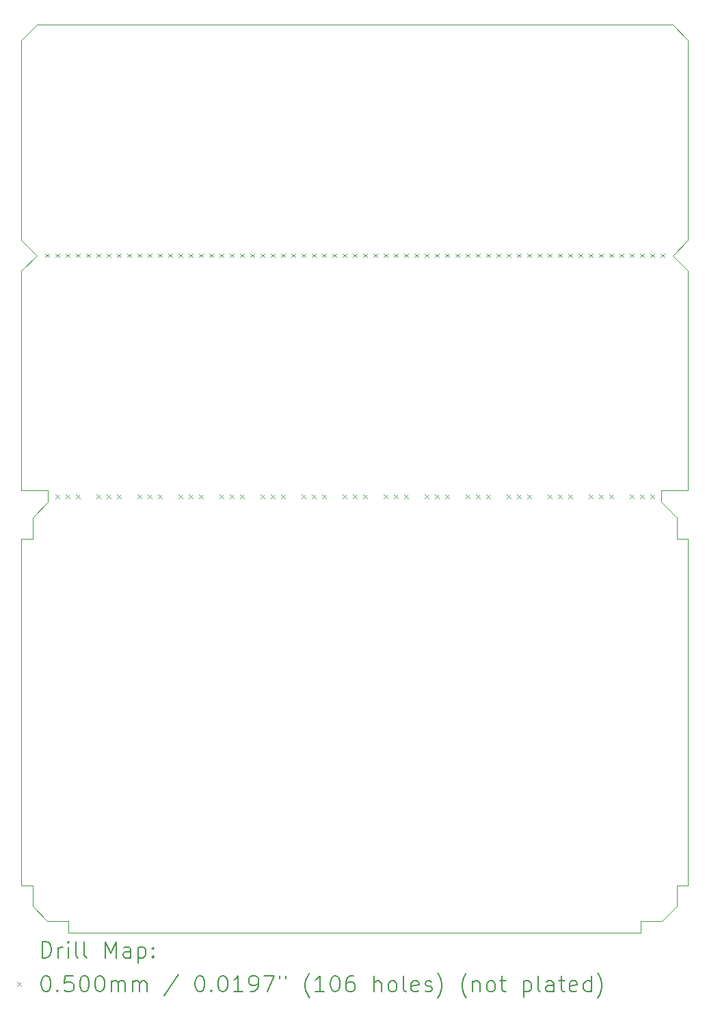
<source format=gbr>
%TF.GenerationSoftware,KiCad,Pcbnew,7.0.7*%
%TF.CreationDate,2023-10-12T12:02:56-07:00*%
%TF.ProjectId,JumperLUX,4a756d70-6572-44c5-9558-2e6b69636164,rev?*%
%TF.SameCoordinates,Original*%
%TF.FileFunction,Drillmap*%
%TF.FilePolarity,Positive*%
%FSLAX45Y45*%
G04 Gerber Fmt 4.5, Leading zero omitted, Abs format (unit mm)*
G04 Created by KiCad (PCBNEW 7.0.7) date 2023-10-12 12:02:56*
%MOMM*%
%LPD*%
G01*
G04 APERTURE LIST*
%ADD10C,0.050000*%
%ADD11C,0.200000*%
G04 APERTURE END LIST*
D10*
X6223000Y-7683500D02*
X6223000Y-10160000D01*
X6362700Y-18148300D02*
X6362700Y-18409920D01*
X6413500Y-10350500D02*
X6223000Y-10541000D01*
X6223000Y-13258800D02*
X6553200Y-13258800D01*
X6807200Y-18592800D02*
X6807200Y-18732500D01*
X6223000Y-13855700D02*
X6223000Y-18148300D01*
X14287500Y-10350500D02*
X14478000Y-10160000D01*
X6223000Y-10541000D02*
X6223000Y-13256260D01*
X6362700Y-18409920D02*
X6545580Y-18592800D01*
X6807200Y-18732500D02*
X13893800Y-18732500D01*
X14478000Y-13258800D02*
X14478000Y-10541000D01*
X14478000Y-10541000D02*
X14287500Y-10350500D01*
X6362700Y-13855700D02*
X6223000Y-13855700D01*
X14478000Y-13855700D02*
X14338300Y-13855700D01*
X14478000Y-7683500D02*
X14287500Y-7493000D01*
X6223000Y-18148300D02*
X6362700Y-18148300D01*
X14478000Y-18148300D02*
X14478000Y-13855700D01*
X14152880Y-18592800D02*
X14338300Y-18407380D01*
X6413500Y-7493000D02*
X6223000Y-7683500D01*
X14338300Y-18148300D02*
X14478000Y-18148300D01*
X14338300Y-18407380D02*
X14338300Y-18148300D01*
X13893800Y-18592800D02*
X14152880Y-18592800D01*
X14338300Y-13855700D02*
X14338300Y-13596620D01*
X13893800Y-18732500D02*
X13893800Y-18592800D01*
X14147800Y-13258800D02*
X14478000Y-13258800D01*
X14287500Y-7493000D02*
X6413500Y-7493000D01*
X6553200Y-13403580D02*
X6362700Y-13594080D01*
X6362700Y-13853160D02*
X6362700Y-13855700D01*
X6545580Y-18592800D02*
X6807200Y-18592800D01*
X14478000Y-10160000D02*
X14478000Y-7683500D01*
X6223000Y-10160000D02*
X6413500Y-10350500D01*
X14338300Y-13596620D02*
X14147800Y-13406120D01*
X6362700Y-13594080D02*
X6362700Y-13853160D01*
X6223000Y-13256260D02*
X6223000Y-13258800D01*
X14147800Y-13406120D02*
X14147800Y-13258800D01*
X6553200Y-13258800D02*
X6553200Y-13403580D01*
D11*
D10*
X6515500Y-10325500D02*
X6565500Y-10375500D01*
X6565500Y-10325500D02*
X6515500Y-10375500D01*
X6642500Y-10325500D02*
X6692500Y-10375500D01*
X6692500Y-10325500D02*
X6642500Y-10375500D01*
X6642500Y-13310000D02*
X6692500Y-13360000D01*
X6692500Y-13310000D02*
X6642500Y-13360000D01*
X6769500Y-10325500D02*
X6819500Y-10375500D01*
X6819500Y-10325500D02*
X6769500Y-10375500D01*
X6769500Y-13310000D02*
X6819500Y-13360000D01*
X6819500Y-13310000D02*
X6769500Y-13360000D01*
X6896500Y-10325500D02*
X6946500Y-10375500D01*
X6946500Y-10325500D02*
X6896500Y-10375500D01*
X6896500Y-13310000D02*
X6946500Y-13360000D01*
X6946500Y-13310000D02*
X6896500Y-13360000D01*
X7023500Y-10325500D02*
X7073500Y-10375500D01*
X7073500Y-10325500D02*
X7023500Y-10375500D01*
X7150500Y-10325500D02*
X7200500Y-10375500D01*
X7200500Y-10325500D02*
X7150500Y-10375500D01*
X7150500Y-13310000D02*
X7200500Y-13360000D01*
X7200500Y-13310000D02*
X7150500Y-13360000D01*
X7277500Y-10325500D02*
X7327500Y-10375500D01*
X7327500Y-10325500D02*
X7277500Y-10375500D01*
X7277500Y-13310000D02*
X7327500Y-13360000D01*
X7327500Y-13310000D02*
X7277500Y-13360000D01*
X7404500Y-10325500D02*
X7454500Y-10375500D01*
X7454500Y-10325500D02*
X7404500Y-10375500D01*
X7404500Y-13310000D02*
X7454500Y-13360000D01*
X7454500Y-13310000D02*
X7404500Y-13360000D01*
X7531500Y-10325500D02*
X7581500Y-10375500D01*
X7581500Y-10325500D02*
X7531500Y-10375500D01*
X7658500Y-10325500D02*
X7708500Y-10375500D01*
X7708500Y-10325500D02*
X7658500Y-10375500D01*
X7658500Y-13310000D02*
X7708500Y-13360000D01*
X7708500Y-13310000D02*
X7658500Y-13360000D01*
X7785500Y-10325500D02*
X7835500Y-10375500D01*
X7835500Y-10325500D02*
X7785500Y-10375500D01*
X7785500Y-13310000D02*
X7835500Y-13360000D01*
X7835500Y-13310000D02*
X7785500Y-13360000D01*
X7912500Y-10325500D02*
X7962500Y-10375500D01*
X7962500Y-10325500D02*
X7912500Y-10375500D01*
X7912500Y-13310000D02*
X7962500Y-13360000D01*
X7962500Y-13310000D02*
X7912500Y-13360000D01*
X8039500Y-10325500D02*
X8089500Y-10375500D01*
X8089500Y-10325500D02*
X8039500Y-10375500D01*
X8166500Y-10325500D02*
X8216500Y-10375500D01*
X8216500Y-10325500D02*
X8166500Y-10375500D01*
X8166500Y-13310000D02*
X8216500Y-13360000D01*
X8216500Y-13310000D02*
X8166500Y-13360000D01*
X8293500Y-10325500D02*
X8343500Y-10375500D01*
X8343500Y-10325500D02*
X8293500Y-10375500D01*
X8293500Y-13310000D02*
X8343500Y-13360000D01*
X8343500Y-13310000D02*
X8293500Y-13360000D01*
X8420500Y-10325500D02*
X8470500Y-10375500D01*
X8470500Y-10325500D02*
X8420500Y-10375500D01*
X8420500Y-13310000D02*
X8470500Y-13360000D01*
X8470500Y-13310000D02*
X8420500Y-13360000D01*
X8547500Y-10325500D02*
X8597500Y-10375500D01*
X8597500Y-10325500D02*
X8547500Y-10375500D01*
X8674500Y-10325500D02*
X8724500Y-10375500D01*
X8724500Y-10325500D02*
X8674500Y-10375500D01*
X8674500Y-13310000D02*
X8724500Y-13360000D01*
X8724500Y-13310000D02*
X8674500Y-13360000D01*
X8801500Y-10325500D02*
X8851500Y-10375500D01*
X8851500Y-10325500D02*
X8801500Y-10375500D01*
X8801500Y-13310000D02*
X8851500Y-13360000D01*
X8851500Y-13310000D02*
X8801500Y-13360000D01*
X8928500Y-10325500D02*
X8978500Y-10375500D01*
X8978500Y-10325500D02*
X8928500Y-10375500D01*
X8928500Y-13310000D02*
X8978500Y-13360000D01*
X8978500Y-13310000D02*
X8928500Y-13360000D01*
X9055500Y-10325500D02*
X9105500Y-10375500D01*
X9105500Y-10325500D02*
X9055500Y-10375500D01*
X9182500Y-10325500D02*
X9232500Y-10375500D01*
X9232500Y-10325500D02*
X9182500Y-10375500D01*
X9182500Y-13310000D02*
X9232500Y-13360000D01*
X9232500Y-13310000D02*
X9182500Y-13360000D01*
X9309500Y-10325500D02*
X9359500Y-10375500D01*
X9359500Y-10325500D02*
X9309500Y-10375500D01*
X9309500Y-13310000D02*
X9359500Y-13360000D01*
X9359500Y-13310000D02*
X9309500Y-13360000D01*
X9436500Y-10325500D02*
X9486500Y-10375500D01*
X9486500Y-10325500D02*
X9436500Y-10375500D01*
X9436500Y-13310000D02*
X9486500Y-13360000D01*
X9486500Y-13310000D02*
X9436500Y-13360000D01*
X9563500Y-10325500D02*
X9613500Y-10375500D01*
X9613500Y-10325500D02*
X9563500Y-10375500D01*
X9690500Y-10325500D02*
X9740500Y-10375500D01*
X9740500Y-10325500D02*
X9690500Y-10375500D01*
X9690500Y-13310000D02*
X9740500Y-13360000D01*
X9740500Y-13310000D02*
X9690500Y-13360000D01*
X9817500Y-10325500D02*
X9867500Y-10375500D01*
X9867500Y-10325500D02*
X9817500Y-10375500D01*
X9817500Y-13310000D02*
X9867500Y-13360000D01*
X9867500Y-13310000D02*
X9817500Y-13360000D01*
X9944500Y-10325500D02*
X9994500Y-10375500D01*
X9994500Y-10325500D02*
X9944500Y-10375500D01*
X9944500Y-13310000D02*
X9994500Y-13360000D01*
X9994500Y-13310000D02*
X9944500Y-13360000D01*
X10071500Y-10325500D02*
X10121500Y-10375500D01*
X10121500Y-10325500D02*
X10071500Y-10375500D01*
X10198500Y-10325500D02*
X10248500Y-10375500D01*
X10248500Y-10325500D02*
X10198500Y-10375500D01*
X10198500Y-13310000D02*
X10248500Y-13360000D01*
X10248500Y-13310000D02*
X10198500Y-13360000D01*
X10325500Y-10325500D02*
X10375500Y-10375500D01*
X10375500Y-10325500D02*
X10325500Y-10375500D01*
X10325500Y-13310000D02*
X10375500Y-13360000D01*
X10375500Y-13310000D02*
X10325500Y-13360000D01*
X10452500Y-10325500D02*
X10502500Y-10375500D01*
X10502500Y-10325500D02*
X10452500Y-10375500D01*
X10452500Y-13310000D02*
X10502500Y-13360000D01*
X10502500Y-13310000D02*
X10452500Y-13360000D01*
X10579500Y-10325500D02*
X10629500Y-10375500D01*
X10629500Y-10325500D02*
X10579500Y-10375500D01*
X10706500Y-10325500D02*
X10756500Y-10375500D01*
X10756500Y-10325500D02*
X10706500Y-10375500D01*
X10706500Y-13310000D02*
X10756500Y-13360000D01*
X10756500Y-13310000D02*
X10706500Y-13360000D01*
X10833500Y-10325500D02*
X10883500Y-10375500D01*
X10883500Y-10325500D02*
X10833500Y-10375500D01*
X10833500Y-13310000D02*
X10883500Y-13360000D01*
X10883500Y-13310000D02*
X10833500Y-13360000D01*
X10960500Y-10325500D02*
X11010500Y-10375500D01*
X11010500Y-10325500D02*
X10960500Y-10375500D01*
X10960500Y-13310000D02*
X11010500Y-13360000D01*
X11010500Y-13310000D02*
X10960500Y-13360000D01*
X11087500Y-10325500D02*
X11137500Y-10375500D01*
X11137500Y-10325500D02*
X11087500Y-10375500D01*
X11214500Y-10325500D02*
X11264500Y-10375500D01*
X11264500Y-10325500D02*
X11214500Y-10375500D01*
X11214500Y-13310000D02*
X11264500Y-13360000D01*
X11264500Y-13310000D02*
X11214500Y-13360000D01*
X11341500Y-10325500D02*
X11391500Y-10375500D01*
X11391500Y-10325500D02*
X11341500Y-10375500D01*
X11341500Y-13310000D02*
X11391500Y-13360000D01*
X11391500Y-13310000D02*
X11341500Y-13360000D01*
X11468500Y-10325500D02*
X11518500Y-10375500D01*
X11518500Y-10325500D02*
X11468500Y-10375500D01*
X11468500Y-13310000D02*
X11518500Y-13360000D01*
X11518500Y-13310000D02*
X11468500Y-13360000D01*
X11595500Y-10325500D02*
X11645500Y-10375500D01*
X11645500Y-10325500D02*
X11595500Y-10375500D01*
X11722500Y-10325500D02*
X11772500Y-10375500D01*
X11772500Y-10325500D02*
X11722500Y-10375500D01*
X11722500Y-13310000D02*
X11772500Y-13360000D01*
X11772500Y-13310000D02*
X11722500Y-13360000D01*
X11849500Y-10325500D02*
X11899500Y-10375500D01*
X11899500Y-10325500D02*
X11849500Y-10375500D01*
X11849500Y-13310000D02*
X11899500Y-13360000D01*
X11899500Y-13310000D02*
X11849500Y-13360000D01*
X11976500Y-10325500D02*
X12026500Y-10375500D01*
X12026500Y-10325500D02*
X11976500Y-10375500D01*
X11976500Y-13310000D02*
X12026500Y-13360000D01*
X12026500Y-13310000D02*
X11976500Y-13360000D01*
X12103500Y-10325500D02*
X12153500Y-10375500D01*
X12153500Y-10325500D02*
X12103500Y-10375500D01*
X12230500Y-10325500D02*
X12280500Y-10375500D01*
X12280500Y-10325500D02*
X12230500Y-10375500D01*
X12230500Y-13310000D02*
X12280500Y-13360000D01*
X12280500Y-13310000D02*
X12230500Y-13360000D01*
X12357500Y-10325500D02*
X12407500Y-10375500D01*
X12407500Y-10325500D02*
X12357500Y-10375500D01*
X12357500Y-13310000D02*
X12407500Y-13360000D01*
X12407500Y-13310000D02*
X12357500Y-13360000D01*
X12484500Y-10325500D02*
X12534500Y-10375500D01*
X12534500Y-10325500D02*
X12484500Y-10375500D01*
X12484500Y-13310000D02*
X12534500Y-13360000D01*
X12534500Y-13310000D02*
X12484500Y-13360000D01*
X12611500Y-10325500D02*
X12661500Y-10375500D01*
X12661500Y-10325500D02*
X12611500Y-10375500D01*
X12738500Y-10325500D02*
X12788500Y-10375500D01*
X12788500Y-10325500D02*
X12738500Y-10375500D01*
X12738500Y-13310000D02*
X12788500Y-13360000D01*
X12788500Y-13310000D02*
X12738500Y-13360000D01*
X12865500Y-10325500D02*
X12915500Y-10375500D01*
X12915500Y-10325500D02*
X12865500Y-10375500D01*
X12865500Y-13310000D02*
X12915500Y-13360000D01*
X12915500Y-13310000D02*
X12865500Y-13360000D01*
X12992500Y-10325500D02*
X13042500Y-10375500D01*
X13042500Y-10325500D02*
X12992500Y-10375500D01*
X12992500Y-13310000D02*
X13042500Y-13360000D01*
X13042500Y-13310000D02*
X12992500Y-13360000D01*
X13119500Y-10325500D02*
X13169500Y-10375500D01*
X13169500Y-10325500D02*
X13119500Y-10375500D01*
X13246500Y-10325500D02*
X13296500Y-10375500D01*
X13296500Y-10325500D02*
X13246500Y-10375500D01*
X13246500Y-13310000D02*
X13296500Y-13360000D01*
X13296500Y-13310000D02*
X13246500Y-13360000D01*
X13373500Y-10325500D02*
X13423500Y-10375500D01*
X13423500Y-10325500D02*
X13373500Y-10375500D01*
X13373500Y-13310000D02*
X13423500Y-13360000D01*
X13423500Y-13310000D02*
X13373500Y-13360000D01*
X13500500Y-10325500D02*
X13550500Y-10375500D01*
X13550500Y-10325500D02*
X13500500Y-10375500D01*
X13500500Y-13310000D02*
X13550500Y-13360000D01*
X13550500Y-13310000D02*
X13500500Y-13360000D01*
X13627500Y-10325500D02*
X13677500Y-10375500D01*
X13677500Y-10325500D02*
X13627500Y-10375500D01*
X13754500Y-10325500D02*
X13804500Y-10375500D01*
X13804500Y-10325500D02*
X13754500Y-10375500D01*
X13754500Y-13310000D02*
X13804500Y-13360000D01*
X13804500Y-13310000D02*
X13754500Y-13360000D01*
X13881500Y-10325500D02*
X13931500Y-10375500D01*
X13931500Y-10325500D02*
X13881500Y-10375500D01*
X13881500Y-13310000D02*
X13931500Y-13360000D01*
X13931500Y-13310000D02*
X13881500Y-13360000D01*
X14008500Y-10325500D02*
X14058500Y-10375500D01*
X14058500Y-10325500D02*
X14008500Y-10375500D01*
X14008500Y-13310000D02*
X14058500Y-13360000D01*
X14058500Y-13310000D02*
X14008500Y-13360000D01*
X14135500Y-10325500D02*
X14185500Y-10375500D01*
X14185500Y-10325500D02*
X14135500Y-10375500D01*
D11*
X6481277Y-19046484D02*
X6481277Y-18846484D01*
X6481277Y-18846484D02*
X6528896Y-18846484D01*
X6528896Y-18846484D02*
X6557467Y-18856008D01*
X6557467Y-18856008D02*
X6576515Y-18875055D01*
X6576515Y-18875055D02*
X6586039Y-18894103D01*
X6586039Y-18894103D02*
X6595562Y-18932198D01*
X6595562Y-18932198D02*
X6595562Y-18960770D01*
X6595562Y-18960770D02*
X6586039Y-18998865D01*
X6586039Y-18998865D02*
X6576515Y-19017912D01*
X6576515Y-19017912D02*
X6557467Y-19036960D01*
X6557467Y-19036960D02*
X6528896Y-19046484D01*
X6528896Y-19046484D02*
X6481277Y-19046484D01*
X6681277Y-19046484D02*
X6681277Y-18913150D01*
X6681277Y-18951246D02*
X6690801Y-18932198D01*
X6690801Y-18932198D02*
X6700324Y-18922674D01*
X6700324Y-18922674D02*
X6719372Y-18913150D01*
X6719372Y-18913150D02*
X6738420Y-18913150D01*
X6805086Y-19046484D02*
X6805086Y-18913150D01*
X6805086Y-18846484D02*
X6795562Y-18856008D01*
X6795562Y-18856008D02*
X6805086Y-18865531D01*
X6805086Y-18865531D02*
X6814610Y-18856008D01*
X6814610Y-18856008D02*
X6805086Y-18846484D01*
X6805086Y-18846484D02*
X6805086Y-18865531D01*
X6928896Y-19046484D02*
X6909848Y-19036960D01*
X6909848Y-19036960D02*
X6900324Y-19017912D01*
X6900324Y-19017912D02*
X6900324Y-18846484D01*
X7033658Y-19046484D02*
X7014610Y-19036960D01*
X7014610Y-19036960D02*
X7005086Y-19017912D01*
X7005086Y-19017912D02*
X7005086Y-18846484D01*
X7262229Y-19046484D02*
X7262229Y-18846484D01*
X7262229Y-18846484D02*
X7328896Y-18989341D01*
X7328896Y-18989341D02*
X7395562Y-18846484D01*
X7395562Y-18846484D02*
X7395562Y-19046484D01*
X7576515Y-19046484D02*
X7576515Y-18941722D01*
X7576515Y-18941722D02*
X7566991Y-18922674D01*
X7566991Y-18922674D02*
X7547943Y-18913150D01*
X7547943Y-18913150D02*
X7509848Y-18913150D01*
X7509848Y-18913150D02*
X7490801Y-18922674D01*
X7576515Y-19036960D02*
X7557467Y-19046484D01*
X7557467Y-19046484D02*
X7509848Y-19046484D01*
X7509848Y-19046484D02*
X7490801Y-19036960D01*
X7490801Y-19036960D02*
X7481277Y-19017912D01*
X7481277Y-19017912D02*
X7481277Y-18998865D01*
X7481277Y-18998865D02*
X7490801Y-18979817D01*
X7490801Y-18979817D02*
X7509848Y-18970293D01*
X7509848Y-18970293D02*
X7557467Y-18970293D01*
X7557467Y-18970293D02*
X7576515Y-18960770D01*
X7671753Y-18913150D02*
X7671753Y-19113150D01*
X7671753Y-18922674D02*
X7690801Y-18913150D01*
X7690801Y-18913150D02*
X7728896Y-18913150D01*
X7728896Y-18913150D02*
X7747943Y-18922674D01*
X7747943Y-18922674D02*
X7757467Y-18932198D01*
X7757467Y-18932198D02*
X7766991Y-18951246D01*
X7766991Y-18951246D02*
X7766991Y-19008389D01*
X7766991Y-19008389D02*
X7757467Y-19027436D01*
X7757467Y-19027436D02*
X7747943Y-19036960D01*
X7747943Y-19036960D02*
X7728896Y-19046484D01*
X7728896Y-19046484D02*
X7690801Y-19046484D01*
X7690801Y-19046484D02*
X7671753Y-19036960D01*
X7852705Y-19027436D02*
X7862229Y-19036960D01*
X7862229Y-19036960D02*
X7852705Y-19046484D01*
X7852705Y-19046484D02*
X7843182Y-19036960D01*
X7843182Y-19036960D02*
X7852705Y-19027436D01*
X7852705Y-19027436D02*
X7852705Y-19046484D01*
X7852705Y-18922674D02*
X7862229Y-18932198D01*
X7862229Y-18932198D02*
X7852705Y-18941722D01*
X7852705Y-18941722D02*
X7843182Y-18932198D01*
X7843182Y-18932198D02*
X7852705Y-18922674D01*
X7852705Y-18922674D02*
X7852705Y-18941722D01*
D10*
X6170500Y-19350000D02*
X6220500Y-19400000D01*
X6220500Y-19350000D02*
X6170500Y-19400000D01*
D11*
X6519372Y-19266484D02*
X6538420Y-19266484D01*
X6538420Y-19266484D02*
X6557467Y-19276008D01*
X6557467Y-19276008D02*
X6566991Y-19285531D01*
X6566991Y-19285531D02*
X6576515Y-19304579D01*
X6576515Y-19304579D02*
X6586039Y-19342674D01*
X6586039Y-19342674D02*
X6586039Y-19390293D01*
X6586039Y-19390293D02*
X6576515Y-19428389D01*
X6576515Y-19428389D02*
X6566991Y-19447436D01*
X6566991Y-19447436D02*
X6557467Y-19456960D01*
X6557467Y-19456960D02*
X6538420Y-19466484D01*
X6538420Y-19466484D02*
X6519372Y-19466484D01*
X6519372Y-19466484D02*
X6500324Y-19456960D01*
X6500324Y-19456960D02*
X6490801Y-19447436D01*
X6490801Y-19447436D02*
X6481277Y-19428389D01*
X6481277Y-19428389D02*
X6471753Y-19390293D01*
X6471753Y-19390293D02*
X6471753Y-19342674D01*
X6471753Y-19342674D02*
X6481277Y-19304579D01*
X6481277Y-19304579D02*
X6490801Y-19285531D01*
X6490801Y-19285531D02*
X6500324Y-19276008D01*
X6500324Y-19276008D02*
X6519372Y-19266484D01*
X6671753Y-19447436D02*
X6681277Y-19456960D01*
X6681277Y-19456960D02*
X6671753Y-19466484D01*
X6671753Y-19466484D02*
X6662229Y-19456960D01*
X6662229Y-19456960D02*
X6671753Y-19447436D01*
X6671753Y-19447436D02*
X6671753Y-19466484D01*
X6862229Y-19266484D02*
X6766991Y-19266484D01*
X6766991Y-19266484D02*
X6757467Y-19361722D01*
X6757467Y-19361722D02*
X6766991Y-19352198D01*
X6766991Y-19352198D02*
X6786039Y-19342674D01*
X6786039Y-19342674D02*
X6833658Y-19342674D01*
X6833658Y-19342674D02*
X6852705Y-19352198D01*
X6852705Y-19352198D02*
X6862229Y-19361722D01*
X6862229Y-19361722D02*
X6871753Y-19380770D01*
X6871753Y-19380770D02*
X6871753Y-19428389D01*
X6871753Y-19428389D02*
X6862229Y-19447436D01*
X6862229Y-19447436D02*
X6852705Y-19456960D01*
X6852705Y-19456960D02*
X6833658Y-19466484D01*
X6833658Y-19466484D02*
X6786039Y-19466484D01*
X6786039Y-19466484D02*
X6766991Y-19456960D01*
X6766991Y-19456960D02*
X6757467Y-19447436D01*
X6995562Y-19266484D02*
X7014610Y-19266484D01*
X7014610Y-19266484D02*
X7033658Y-19276008D01*
X7033658Y-19276008D02*
X7043182Y-19285531D01*
X7043182Y-19285531D02*
X7052705Y-19304579D01*
X7052705Y-19304579D02*
X7062229Y-19342674D01*
X7062229Y-19342674D02*
X7062229Y-19390293D01*
X7062229Y-19390293D02*
X7052705Y-19428389D01*
X7052705Y-19428389D02*
X7043182Y-19447436D01*
X7043182Y-19447436D02*
X7033658Y-19456960D01*
X7033658Y-19456960D02*
X7014610Y-19466484D01*
X7014610Y-19466484D02*
X6995562Y-19466484D01*
X6995562Y-19466484D02*
X6976515Y-19456960D01*
X6976515Y-19456960D02*
X6966991Y-19447436D01*
X6966991Y-19447436D02*
X6957467Y-19428389D01*
X6957467Y-19428389D02*
X6947943Y-19390293D01*
X6947943Y-19390293D02*
X6947943Y-19342674D01*
X6947943Y-19342674D02*
X6957467Y-19304579D01*
X6957467Y-19304579D02*
X6966991Y-19285531D01*
X6966991Y-19285531D02*
X6976515Y-19276008D01*
X6976515Y-19276008D02*
X6995562Y-19266484D01*
X7186039Y-19266484D02*
X7205086Y-19266484D01*
X7205086Y-19266484D02*
X7224134Y-19276008D01*
X7224134Y-19276008D02*
X7233658Y-19285531D01*
X7233658Y-19285531D02*
X7243182Y-19304579D01*
X7243182Y-19304579D02*
X7252705Y-19342674D01*
X7252705Y-19342674D02*
X7252705Y-19390293D01*
X7252705Y-19390293D02*
X7243182Y-19428389D01*
X7243182Y-19428389D02*
X7233658Y-19447436D01*
X7233658Y-19447436D02*
X7224134Y-19456960D01*
X7224134Y-19456960D02*
X7205086Y-19466484D01*
X7205086Y-19466484D02*
X7186039Y-19466484D01*
X7186039Y-19466484D02*
X7166991Y-19456960D01*
X7166991Y-19456960D02*
X7157467Y-19447436D01*
X7157467Y-19447436D02*
X7147943Y-19428389D01*
X7147943Y-19428389D02*
X7138420Y-19390293D01*
X7138420Y-19390293D02*
X7138420Y-19342674D01*
X7138420Y-19342674D02*
X7147943Y-19304579D01*
X7147943Y-19304579D02*
X7157467Y-19285531D01*
X7157467Y-19285531D02*
X7166991Y-19276008D01*
X7166991Y-19276008D02*
X7186039Y-19266484D01*
X7338420Y-19466484D02*
X7338420Y-19333150D01*
X7338420Y-19352198D02*
X7347943Y-19342674D01*
X7347943Y-19342674D02*
X7366991Y-19333150D01*
X7366991Y-19333150D02*
X7395563Y-19333150D01*
X7395563Y-19333150D02*
X7414610Y-19342674D01*
X7414610Y-19342674D02*
X7424134Y-19361722D01*
X7424134Y-19361722D02*
X7424134Y-19466484D01*
X7424134Y-19361722D02*
X7433658Y-19342674D01*
X7433658Y-19342674D02*
X7452705Y-19333150D01*
X7452705Y-19333150D02*
X7481277Y-19333150D01*
X7481277Y-19333150D02*
X7500324Y-19342674D01*
X7500324Y-19342674D02*
X7509848Y-19361722D01*
X7509848Y-19361722D02*
X7509848Y-19466484D01*
X7605086Y-19466484D02*
X7605086Y-19333150D01*
X7605086Y-19352198D02*
X7614610Y-19342674D01*
X7614610Y-19342674D02*
X7633658Y-19333150D01*
X7633658Y-19333150D02*
X7662229Y-19333150D01*
X7662229Y-19333150D02*
X7681277Y-19342674D01*
X7681277Y-19342674D02*
X7690801Y-19361722D01*
X7690801Y-19361722D02*
X7690801Y-19466484D01*
X7690801Y-19361722D02*
X7700324Y-19342674D01*
X7700324Y-19342674D02*
X7719372Y-19333150D01*
X7719372Y-19333150D02*
X7747943Y-19333150D01*
X7747943Y-19333150D02*
X7766991Y-19342674D01*
X7766991Y-19342674D02*
X7776515Y-19361722D01*
X7776515Y-19361722D02*
X7776515Y-19466484D01*
X8166991Y-19256960D02*
X7995563Y-19514103D01*
X8424134Y-19266484D02*
X8443182Y-19266484D01*
X8443182Y-19266484D02*
X8462229Y-19276008D01*
X8462229Y-19276008D02*
X8471753Y-19285531D01*
X8471753Y-19285531D02*
X8481277Y-19304579D01*
X8481277Y-19304579D02*
X8490801Y-19342674D01*
X8490801Y-19342674D02*
X8490801Y-19390293D01*
X8490801Y-19390293D02*
X8481277Y-19428389D01*
X8481277Y-19428389D02*
X8471753Y-19447436D01*
X8471753Y-19447436D02*
X8462229Y-19456960D01*
X8462229Y-19456960D02*
X8443182Y-19466484D01*
X8443182Y-19466484D02*
X8424134Y-19466484D01*
X8424134Y-19466484D02*
X8405087Y-19456960D01*
X8405087Y-19456960D02*
X8395563Y-19447436D01*
X8395563Y-19447436D02*
X8386039Y-19428389D01*
X8386039Y-19428389D02*
X8376515Y-19390293D01*
X8376515Y-19390293D02*
X8376515Y-19342674D01*
X8376515Y-19342674D02*
X8386039Y-19304579D01*
X8386039Y-19304579D02*
X8395563Y-19285531D01*
X8395563Y-19285531D02*
X8405087Y-19276008D01*
X8405087Y-19276008D02*
X8424134Y-19266484D01*
X8576515Y-19447436D02*
X8586039Y-19456960D01*
X8586039Y-19456960D02*
X8576515Y-19466484D01*
X8576515Y-19466484D02*
X8566991Y-19456960D01*
X8566991Y-19456960D02*
X8576515Y-19447436D01*
X8576515Y-19447436D02*
X8576515Y-19466484D01*
X8709848Y-19266484D02*
X8728896Y-19266484D01*
X8728896Y-19266484D02*
X8747944Y-19276008D01*
X8747944Y-19276008D02*
X8757468Y-19285531D01*
X8757468Y-19285531D02*
X8766991Y-19304579D01*
X8766991Y-19304579D02*
X8776515Y-19342674D01*
X8776515Y-19342674D02*
X8776515Y-19390293D01*
X8776515Y-19390293D02*
X8766991Y-19428389D01*
X8766991Y-19428389D02*
X8757468Y-19447436D01*
X8757468Y-19447436D02*
X8747944Y-19456960D01*
X8747944Y-19456960D02*
X8728896Y-19466484D01*
X8728896Y-19466484D02*
X8709848Y-19466484D01*
X8709848Y-19466484D02*
X8690801Y-19456960D01*
X8690801Y-19456960D02*
X8681277Y-19447436D01*
X8681277Y-19447436D02*
X8671753Y-19428389D01*
X8671753Y-19428389D02*
X8662229Y-19390293D01*
X8662229Y-19390293D02*
X8662229Y-19342674D01*
X8662229Y-19342674D02*
X8671753Y-19304579D01*
X8671753Y-19304579D02*
X8681277Y-19285531D01*
X8681277Y-19285531D02*
X8690801Y-19276008D01*
X8690801Y-19276008D02*
X8709848Y-19266484D01*
X8966991Y-19466484D02*
X8852706Y-19466484D01*
X8909848Y-19466484D02*
X8909848Y-19266484D01*
X8909848Y-19266484D02*
X8890801Y-19295055D01*
X8890801Y-19295055D02*
X8871753Y-19314103D01*
X8871753Y-19314103D02*
X8852706Y-19323627D01*
X9062229Y-19466484D02*
X9100325Y-19466484D01*
X9100325Y-19466484D02*
X9119372Y-19456960D01*
X9119372Y-19456960D02*
X9128896Y-19447436D01*
X9128896Y-19447436D02*
X9147944Y-19418865D01*
X9147944Y-19418865D02*
X9157468Y-19380770D01*
X9157468Y-19380770D02*
X9157468Y-19304579D01*
X9157468Y-19304579D02*
X9147944Y-19285531D01*
X9147944Y-19285531D02*
X9138420Y-19276008D01*
X9138420Y-19276008D02*
X9119372Y-19266484D01*
X9119372Y-19266484D02*
X9081277Y-19266484D01*
X9081277Y-19266484D02*
X9062229Y-19276008D01*
X9062229Y-19276008D02*
X9052706Y-19285531D01*
X9052706Y-19285531D02*
X9043182Y-19304579D01*
X9043182Y-19304579D02*
X9043182Y-19352198D01*
X9043182Y-19352198D02*
X9052706Y-19371246D01*
X9052706Y-19371246D02*
X9062229Y-19380770D01*
X9062229Y-19380770D02*
X9081277Y-19390293D01*
X9081277Y-19390293D02*
X9119372Y-19390293D01*
X9119372Y-19390293D02*
X9138420Y-19380770D01*
X9138420Y-19380770D02*
X9147944Y-19371246D01*
X9147944Y-19371246D02*
X9157468Y-19352198D01*
X9224134Y-19266484D02*
X9357468Y-19266484D01*
X9357468Y-19266484D02*
X9271753Y-19466484D01*
X9424134Y-19266484D02*
X9424134Y-19304579D01*
X9500325Y-19266484D02*
X9500325Y-19304579D01*
X9795563Y-19542674D02*
X9786039Y-19533150D01*
X9786039Y-19533150D02*
X9766991Y-19504579D01*
X9766991Y-19504579D02*
X9757468Y-19485531D01*
X9757468Y-19485531D02*
X9747944Y-19456960D01*
X9747944Y-19456960D02*
X9738420Y-19409341D01*
X9738420Y-19409341D02*
X9738420Y-19371246D01*
X9738420Y-19371246D02*
X9747944Y-19323627D01*
X9747944Y-19323627D02*
X9757468Y-19295055D01*
X9757468Y-19295055D02*
X9766991Y-19276008D01*
X9766991Y-19276008D02*
X9786039Y-19247436D01*
X9786039Y-19247436D02*
X9795563Y-19237912D01*
X9976515Y-19466484D02*
X9862230Y-19466484D01*
X9919372Y-19466484D02*
X9919372Y-19266484D01*
X9919372Y-19266484D02*
X9900325Y-19295055D01*
X9900325Y-19295055D02*
X9881277Y-19314103D01*
X9881277Y-19314103D02*
X9862230Y-19323627D01*
X10100325Y-19266484D02*
X10119372Y-19266484D01*
X10119372Y-19266484D02*
X10138420Y-19276008D01*
X10138420Y-19276008D02*
X10147944Y-19285531D01*
X10147944Y-19285531D02*
X10157468Y-19304579D01*
X10157468Y-19304579D02*
X10166991Y-19342674D01*
X10166991Y-19342674D02*
X10166991Y-19390293D01*
X10166991Y-19390293D02*
X10157468Y-19428389D01*
X10157468Y-19428389D02*
X10147944Y-19447436D01*
X10147944Y-19447436D02*
X10138420Y-19456960D01*
X10138420Y-19456960D02*
X10119372Y-19466484D01*
X10119372Y-19466484D02*
X10100325Y-19466484D01*
X10100325Y-19466484D02*
X10081277Y-19456960D01*
X10081277Y-19456960D02*
X10071753Y-19447436D01*
X10071753Y-19447436D02*
X10062230Y-19428389D01*
X10062230Y-19428389D02*
X10052706Y-19390293D01*
X10052706Y-19390293D02*
X10052706Y-19342674D01*
X10052706Y-19342674D02*
X10062230Y-19304579D01*
X10062230Y-19304579D02*
X10071753Y-19285531D01*
X10071753Y-19285531D02*
X10081277Y-19276008D01*
X10081277Y-19276008D02*
X10100325Y-19266484D01*
X10338420Y-19266484D02*
X10300325Y-19266484D01*
X10300325Y-19266484D02*
X10281277Y-19276008D01*
X10281277Y-19276008D02*
X10271753Y-19285531D01*
X10271753Y-19285531D02*
X10252706Y-19314103D01*
X10252706Y-19314103D02*
X10243182Y-19352198D01*
X10243182Y-19352198D02*
X10243182Y-19428389D01*
X10243182Y-19428389D02*
X10252706Y-19447436D01*
X10252706Y-19447436D02*
X10262230Y-19456960D01*
X10262230Y-19456960D02*
X10281277Y-19466484D01*
X10281277Y-19466484D02*
X10319372Y-19466484D01*
X10319372Y-19466484D02*
X10338420Y-19456960D01*
X10338420Y-19456960D02*
X10347944Y-19447436D01*
X10347944Y-19447436D02*
X10357468Y-19428389D01*
X10357468Y-19428389D02*
X10357468Y-19380770D01*
X10357468Y-19380770D02*
X10347944Y-19361722D01*
X10347944Y-19361722D02*
X10338420Y-19352198D01*
X10338420Y-19352198D02*
X10319372Y-19342674D01*
X10319372Y-19342674D02*
X10281277Y-19342674D01*
X10281277Y-19342674D02*
X10262230Y-19352198D01*
X10262230Y-19352198D02*
X10252706Y-19361722D01*
X10252706Y-19361722D02*
X10243182Y-19380770D01*
X10595563Y-19466484D02*
X10595563Y-19266484D01*
X10681277Y-19466484D02*
X10681277Y-19361722D01*
X10681277Y-19361722D02*
X10671753Y-19342674D01*
X10671753Y-19342674D02*
X10652706Y-19333150D01*
X10652706Y-19333150D02*
X10624134Y-19333150D01*
X10624134Y-19333150D02*
X10605087Y-19342674D01*
X10605087Y-19342674D02*
X10595563Y-19352198D01*
X10805087Y-19466484D02*
X10786039Y-19456960D01*
X10786039Y-19456960D02*
X10776515Y-19447436D01*
X10776515Y-19447436D02*
X10766992Y-19428389D01*
X10766992Y-19428389D02*
X10766992Y-19371246D01*
X10766992Y-19371246D02*
X10776515Y-19352198D01*
X10776515Y-19352198D02*
X10786039Y-19342674D01*
X10786039Y-19342674D02*
X10805087Y-19333150D01*
X10805087Y-19333150D02*
X10833658Y-19333150D01*
X10833658Y-19333150D02*
X10852706Y-19342674D01*
X10852706Y-19342674D02*
X10862230Y-19352198D01*
X10862230Y-19352198D02*
X10871753Y-19371246D01*
X10871753Y-19371246D02*
X10871753Y-19428389D01*
X10871753Y-19428389D02*
X10862230Y-19447436D01*
X10862230Y-19447436D02*
X10852706Y-19456960D01*
X10852706Y-19456960D02*
X10833658Y-19466484D01*
X10833658Y-19466484D02*
X10805087Y-19466484D01*
X10986039Y-19466484D02*
X10966992Y-19456960D01*
X10966992Y-19456960D02*
X10957468Y-19437912D01*
X10957468Y-19437912D02*
X10957468Y-19266484D01*
X11138420Y-19456960D02*
X11119373Y-19466484D01*
X11119373Y-19466484D02*
X11081277Y-19466484D01*
X11081277Y-19466484D02*
X11062230Y-19456960D01*
X11062230Y-19456960D02*
X11052706Y-19437912D01*
X11052706Y-19437912D02*
X11052706Y-19361722D01*
X11052706Y-19361722D02*
X11062230Y-19342674D01*
X11062230Y-19342674D02*
X11081277Y-19333150D01*
X11081277Y-19333150D02*
X11119373Y-19333150D01*
X11119373Y-19333150D02*
X11138420Y-19342674D01*
X11138420Y-19342674D02*
X11147944Y-19361722D01*
X11147944Y-19361722D02*
X11147944Y-19380770D01*
X11147944Y-19380770D02*
X11052706Y-19399817D01*
X11224134Y-19456960D02*
X11243182Y-19466484D01*
X11243182Y-19466484D02*
X11281277Y-19466484D01*
X11281277Y-19466484D02*
X11300325Y-19456960D01*
X11300325Y-19456960D02*
X11309849Y-19437912D01*
X11309849Y-19437912D02*
X11309849Y-19428389D01*
X11309849Y-19428389D02*
X11300325Y-19409341D01*
X11300325Y-19409341D02*
X11281277Y-19399817D01*
X11281277Y-19399817D02*
X11252706Y-19399817D01*
X11252706Y-19399817D02*
X11233658Y-19390293D01*
X11233658Y-19390293D02*
X11224134Y-19371246D01*
X11224134Y-19371246D02*
X11224134Y-19361722D01*
X11224134Y-19361722D02*
X11233658Y-19342674D01*
X11233658Y-19342674D02*
X11252706Y-19333150D01*
X11252706Y-19333150D02*
X11281277Y-19333150D01*
X11281277Y-19333150D02*
X11300325Y-19342674D01*
X11376515Y-19542674D02*
X11386039Y-19533150D01*
X11386039Y-19533150D02*
X11405087Y-19504579D01*
X11405087Y-19504579D02*
X11414611Y-19485531D01*
X11414611Y-19485531D02*
X11424134Y-19456960D01*
X11424134Y-19456960D02*
X11433658Y-19409341D01*
X11433658Y-19409341D02*
X11433658Y-19371246D01*
X11433658Y-19371246D02*
X11424134Y-19323627D01*
X11424134Y-19323627D02*
X11414611Y-19295055D01*
X11414611Y-19295055D02*
X11405087Y-19276008D01*
X11405087Y-19276008D02*
X11386039Y-19247436D01*
X11386039Y-19247436D02*
X11376515Y-19237912D01*
X11738420Y-19542674D02*
X11728896Y-19533150D01*
X11728896Y-19533150D02*
X11709849Y-19504579D01*
X11709849Y-19504579D02*
X11700325Y-19485531D01*
X11700325Y-19485531D02*
X11690801Y-19456960D01*
X11690801Y-19456960D02*
X11681277Y-19409341D01*
X11681277Y-19409341D02*
X11681277Y-19371246D01*
X11681277Y-19371246D02*
X11690801Y-19323627D01*
X11690801Y-19323627D02*
X11700325Y-19295055D01*
X11700325Y-19295055D02*
X11709849Y-19276008D01*
X11709849Y-19276008D02*
X11728896Y-19247436D01*
X11728896Y-19247436D02*
X11738420Y-19237912D01*
X11814611Y-19333150D02*
X11814611Y-19466484D01*
X11814611Y-19352198D02*
X11824134Y-19342674D01*
X11824134Y-19342674D02*
X11843182Y-19333150D01*
X11843182Y-19333150D02*
X11871753Y-19333150D01*
X11871753Y-19333150D02*
X11890801Y-19342674D01*
X11890801Y-19342674D02*
X11900325Y-19361722D01*
X11900325Y-19361722D02*
X11900325Y-19466484D01*
X12024134Y-19466484D02*
X12005087Y-19456960D01*
X12005087Y-19456960D02*
X11995563Y-19447436D01*
X11995563Y-19447436D02*
X11986039Y-19428389D01*
X11986039Y-19428389D02*
X11986039Y-19371246D01*
X11986039Y-19371246D02*
X11995563Y-19352198D01*
X11995563Y-19352198D02*
X12005087Y-19342674D01*
X12005087Y-19342674D02*
X12024134Y-19333150D01*
X12024134Y-19333150D02*
X12052706Y-19333150D01*
X12052706Y-19333150D02*
X12071753Y-19342674D01*
X12071753Y-19342674D02*
X12081277Y-19352198D01*
X12081277Y-19352198D02*
X12090801Y-19371246D01*
X12090801Y-19371246D02*
X12090801Y-19428389D01*
X12090801Y-19428389D02*
X12081277Y-19447436D01*
X12081277Y-19447436D02*
X12071753Y-19456960D01*
X12071753Y-19456960D02*
X12052706Y-19466484D01*
X12052706Y-19466484D02*
X12024134Y-19466484D01*
X12147944Y-19333150D02*
X12224134Y-19333150D01*
X12176515Y-19266484D02*
X12176515Y-19437912D01*
X12176515Y-19437912D02*
X12186039Y-19456960D01*
X12186039Y-19456960D02*
X12205087Y-19466484D01*
X12205087Y-19466484D02*
X12224134Y-19466484D01*
X12443182Y-19333150D02*
X12443182Y-19533150D01*
X12443182Y-19342674D02*
X12462230Y-19333150D01*
X12462230Y-19333150D02*
X12500325Y-19333150D01*
X12500325Y-19333150D02*
X12519373Y-19342674D01*
X12519373Y-19342674D02*
X12528896Y-19352198D01*
X12528896Y-19352198D02*
X12538420Y-19371246D01*
X12538420Y-19371246D02*
X12538420Y-19428389D01*
X12538420Y-19428389D02*
X12528896Y-19447436D01*
X12528896Y-19447436D02*
X12519373Y-19456960D01*
X12519373Y-19456960D02*
X12500325Y-19466484D01*
X12500325Y-19466484D02*
X12462230Y-19466484D01*
X12462230Y-19466484D02*
X12443182Y-19456960D01*
X12652706Y-19466484D02*
X12633658Y-19456960D01*
X12633658Y-19456960D02*
X12624134Y-19437912D01*
X12624134Y-19437912D02*
X12624134Y-19266484D01*
X12814611Y-19466484D02*
X12814611Y-19361722D01*
X12814611Y-19361722D02*
X12805087Y-19342674D01*
X12805087Y-19342674D02*
X12786039Y-19333150D01*
X12786039Y-19333150D02*
X12747944Y-19333150D01*
X12747944Y-19333150D02*
X12728896Y-19342674D01*
X12814611Y-19456960D02*
X12795563Y-19466484D01*
X12795563Y-19466484D02*
X12747944Y-19466484D01*
X12747944Y-19466484D02*
X12728896Y-19456960D01*
X12728896Y-19456960D02*
X12719373Y-19437912D01*
X12719373Y-19437912D02*
X12719373Y-19418865D01*
X12719373Y-19418865D02*
X12728896Y-19399817D01*
X12728896Y-19399817D02*
X12747944Y-19390293D01*
X12747944Y-19390293D02*
X12795563Y-19390293D01*
X12795563Y-19390293D02*
X12814611Y-19380770D01*
X12881277Y-19333150D02*
X12957468Y-19333150D01*
X12909849Y-19266484D02*
X12909849Y-19437912D01*
X12909849Y-19437912D02*
X12919373Y-19456960D01*
X12919373Y-19456960D02*
X12938420Y-19466484D01*
X12938420Y-19466484D02*
X12957468Y-19466484D01*
X13100325Y-19456960D02*
X13081277Y-19466484D01*
X13081277Y-19466484D02*
X13043182Y-19466484D01*
X13043182Y-19466484D02*
X13024134Y-19456960D01*
X13024134Y-19456960D02*
X13014611Y-19437912D01*
X13014611Y-19437912D02*
X13014611Y-19361722D01*
X13014611Y-19361722D02*
X13024134Y-19342674D01*
X13024134Y-19342674D02*
X13043182Y-19333150D01*
X13043182Y-19333150D02*
X13081277Y-19333150D01*
X13081277Y-19333150D02*
X13100325Y-19342674D01*
X13100325Y-19342674D02*
X13109849Y-19361722D01*
X13109849Y-19361722D02*
X13109849Y-19380770D01*
X13109849Y-19380770D02*
X13014611Y-19399817D01*
X13281277Y-19466484D02*
X13281277Y-19266484D01*
X13281277Y-19456960D02*
X13262230Y-19466484D01*
X13262230Y-19466484D02*
X13224134Y-19466484D01*
X13224134Y-19466484D02*
X13205087Y-19456960D01*
X13205087Y-19456960D02*
X13195563Y-19447436D01*
X13195563Y-19447436D02*
X13186039Y-19428389D01*
X13186039Y-19428389D02*
X13186039Y-19371246D01*
X13186039Y-19371246D02*
X13195563Y-19352198D01*
X13195563Y-19352198D02*
X13205087Y-19342674D01*
X13205087Y-19342674D02*
X13224134Y-19333150D01*
X13224134Y-19333150D02*
X13262230Y-19333150D01*
X13262230Y-19333150D02*
X13281277Y-19342674D01*
X13357468Y-19542674D02*
X13366992Y-19533150D01*
X13366992Y-19533150D02*
X13386039Y-19504579D01*
X13386039Y-19504579D02*
X13395563Y-19485531D01*
X13395563Y-19485531D02*
X13405087Y-19456960D01*
X13405087Y-19456960D02*
X13414611Y-19409341D01*
X13414611Y-19409341D02*
X13414611Y-19371246D01*
X13414611Y-19371246D02*
X13405087Y-19323627D01*
X13405087Y-19323627D02*
X13395563Y-19295055D01*
X13395563Y-19295055D02*
X13386039Y-19276008D01*
X13386039Y-19276008D02*
X13366992Y-19247436D01*
X13366992Y-19247436D02*
X13357468Y-19237912D01*
M02*

</source>
